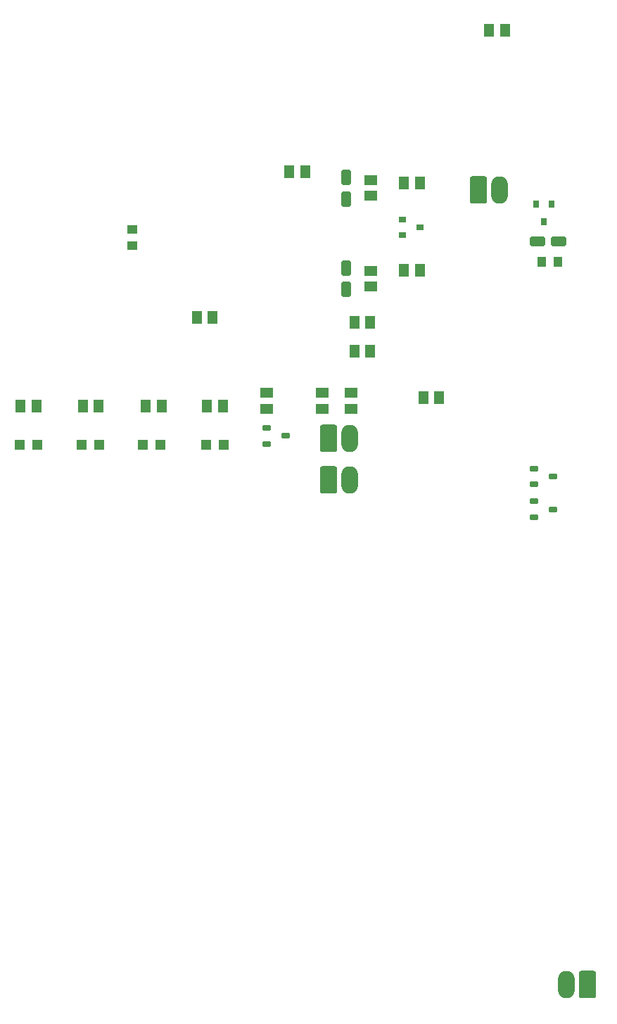
<source format=gtp>
G04 Layer_Color=8421504*
%FSLAX25Y25*%
%MOIN*%
G70*
G01*
G75*
%ADD10O,0.08000X0.13000*%
G04:AMPARAMS|DCode=11|XSize=130mil|YSize=80mil|CornerRadius=10mil|HoleSize=0mil|Usage=FLASHONLY|Rotation=90.000|XOffset=0mil|YOffset=0mil|HoleType=Round|Shape=RoundedRectangle|*
%AMROUNDEDRECTD11*
21,1,0.13000,0.06000,0,0,90.0*
21,1,0.11000,0.08000,0,0,90.0*
1,1,0.02000,0.03000,0.05500*
1,1,0.02000,0.03000,-0.05500*
1,1,0.02000,-0.03000,-0.05500*
1,1,0.02000,-0.03000,0.05500*
%
%ADD11ROUNDEDRECTD11*%
%ADD12R,0.05118X0.05905*%
G04:AMPARAMS|DCode=13|XSize=70.87mil|YSize=47.24mil|CornerRadius=5.91mil|HoleSize=0mil|Usage=FLASHONLY|Rotation=270.000|XOffset=0mil|YOffset=0mil|HoleType=Round|Shape=RoundedRectangle|*
%AMROUNDEDRECTD13*
21,1,0.07087,0.03543,0,0,270.0*
21,1,0.05905,0.04724,0,0,270.0*
1,1,0.01181,-0.01772,-0.02953*
1,1,0.01181,-0.01772,0.02953*
1,1,0.01181,0.01772,0.02953*
1,1,0.01181,0.01772,-0.02953*
%
%ADD13ROUNDEDRECTD13*%
G04:AMPARAMS|DCode=14|XSize=23.62mil|YSize=39.37mil|CornerRadius=2.95mil|HoleSize=0mil|Usage=FLASHONLY|Rotation=270.000|XOffset=0mil|YOffset=0mil|HoleType=Round|Shape=RoundedRectangle|*
%AMROUNDEDRECTD14*
21,1,0.02362,0.03347,0,0,270.0*
21,1,0.01772,0.03937,0,0,270.0*
1,1,0.00591,-0.01673,-0.00886*
1,1,0.00591,-0.01673,0.00886*
1,1,0.00591,0.01673,0.00886*
1,1,0.00591,0.01673,-0.00886*
%
%ADD14ROUNDEDRECTD14*%
%ADD15R,0.05905X0.05118*%
%ADD16R,0.04724X0.04724*%
%ADD17R,0.04900X0.03900*%
%ADD18R,0.03500X0.03100*%
%ADD19R,0.03900X0.04900*%
%ADD20R,0.03100X0.03500*%
G04:AMPARAMS|DCode=21|XSize=70.87mil|YSize=47.24mil|CornerRadius=5.91mil|HoleSize=0mil|Usage=FLASHONLY|Rotation=0.000|XOffset=0mil|YOffset=0mil|HoleType=Round|Shape=RoundedRectangle|*
%AMROUNDEDRECTD21*
21,1,0.07087,0.03543,0,0,0.0*
21,1,0.05905,0.04724,0,0,0.0*
1,1,0.01181,0.02953,-0.01772*
1,1,0.01181,-0.02953,-0.01772*
1,1,0.01181,-0.02953,0.01772*
1,1,0.01181,0.02953,0.01772*
%
%ADD21ROUNDEDRECTD21*%
D10*
X533000Y525500D02*
D03*
X564500Y149300D02*
D03*
X461700Y388100D02*
D03*
X461800Y407900D02*
D03*
D11*
X523000Y525500D02*
D03*
X574500Y149300D02*
D03*
X451700Y388100D02*
D03*
X451800Y407900D02*
D03*
D12*
X487660Y487500D02*
D03*
X495140D02*
D03*
X535440Y601200D02*
D03*
X527960D02*
D03*
X365220Y423400D02*
D03*
X372700D02*
D03*
X401740D02*
D03*
X394260D02*
D03*
X306000D02*
D03*
X313480D02*
D03*
X342900D02*
D03*
X335420D02*
D03*
X496760Y427400D02*
D03*
X504240D02*
D03*
X464060Y449400D02*
D03*
X471540D02*
D03*
X464160Y463000D02*
D03*
X471640D02*
D03*
X487660Y529000D02*
D03*
X495140D02*
D03*
X440700Y534300D02*
D03*
X433220D02*
D03*
X389360Y465200D02*
D03*
X396840D02*
D03*
D13*
X460200Y478482D02*
D03*
Y488718D02*
D03*
Y521382D02*
D03*
Y531618D02*
D03*
D14*
X558328Y390000D02*
D03*
X549272Y386260D02*
D03*
Y393740D02*
D03*
X558328Y374400D02*
D03*
X549272Y370660D02*
D03*
Y378140D02*
D03*
X422572Y412840D02*
D03*
Y405360D02*
D03*
X431628Y409100D02*
D03*
D15*
X471900Y530240D02*
D03*
Y522760D02*
D03*
Y487340D02*
D03*
Y479860D02*
D03*
X422600Y421960D02*
D03*
Y429440D02*
D03*
X462500D02*
D03*
Y421960D02*
D03*
X449000D02*
D03*
Y429440D02*
D03*
D16*
X402134Y405000D02*
D03*
X393866D02*
D03*
X313768D02*
D03*
X305500D02*
D03*
X343223D02*
D03*
X334955D02*
D03*
X363866D02*
D03*
X372134D02*
D03*
D17*
X358800Y506900D02*
D03*
Y499300D02*
D03*
D18*
X486900Y511750D02*
D03*
Y504250D02*
D03*
X495100Y508000D02*
D03*
D19*
X552800Y491600D02*
D03*
X560400D02*
D03*
D20*
X553850Y510700D02*
D03*
X550100Y518900D02*
D03*
X557600D02*
D03*
D21*
X560918Y501200D02*
D03*
X550682D02*
D03*
M02*

</source>
